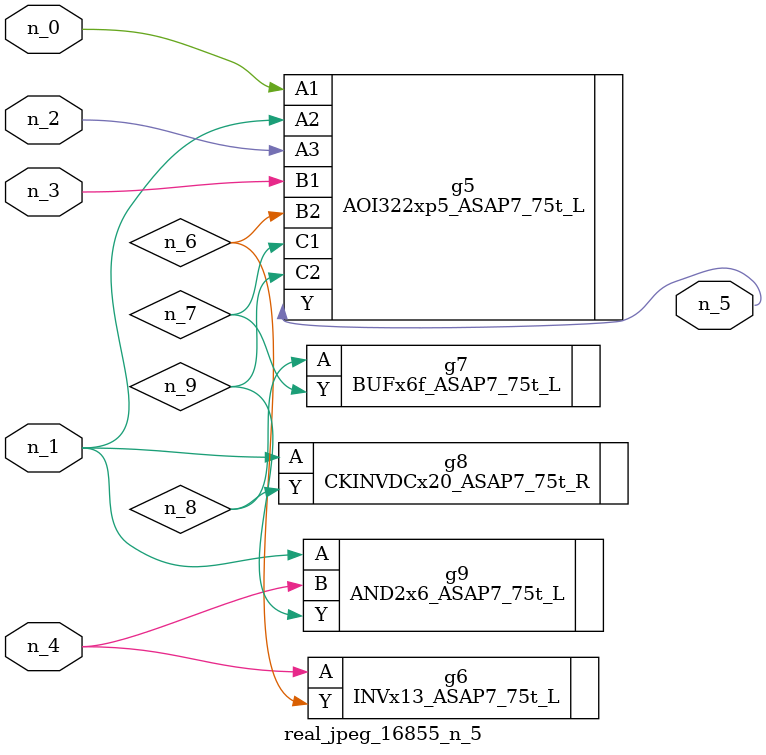
<source format=v>
module real_jpeg_16855_n_5 (n_4, n_0, n_1, n_2, n_3, n_5);

input n_4;
input n_0;
input n_1;
input n_2;
input n_3;

output n_5;

wire n_8;
wire n_6;
wire n_7;
wire n_9;

AOI322xp5_ASAP7_75t_L g5 ( 
.A1(n_0),
.A2(n_1),
.A3(n_2),
.B1(n_3),
.B2(n_6),
.C1(n_7),
.C2(n_9),
.Y(n_5)
);

CKINVDCx20_ASAP7_75t_R g8 ( 
.A(n_1),
.Y(n_8)
);

AND2x6_ASAP7_75t_L g9 ( 
.A(n_1),
.B(n_4),
.Y(n_9)
);

INVx13_ASAP7_75t_L g6 ( 
.A(n_4),
.Y(n_6)
);

BUFx6f_ASAP7_75t_L g7 ( 
.A(n_8),
.Y(n_7)
);


endmodule
</source>
